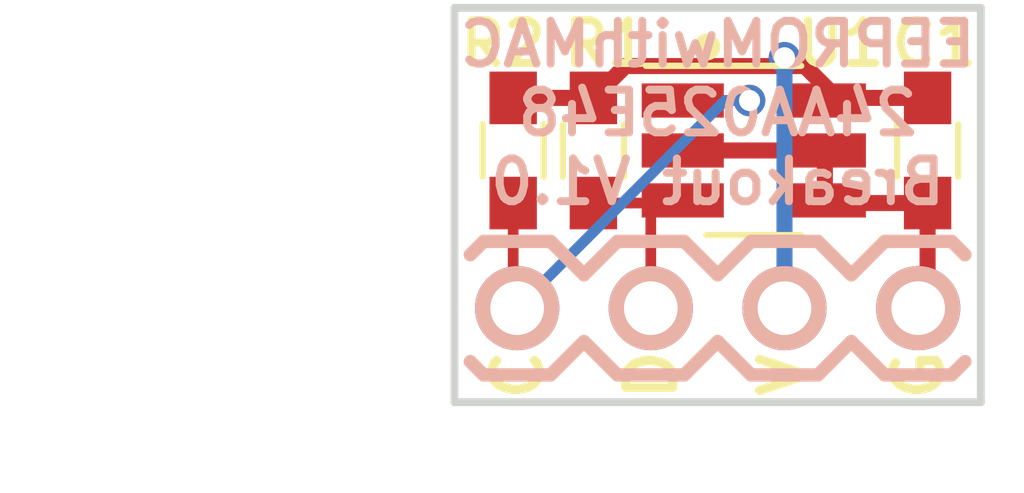
<source format=kicad_pcb>
(kicad_pcb (version 20171130) (host pcbnew "(5.0.0)")

  (general
    (thickness 1.6)
    (drawings 12)
    (tracks 29)
    (zones 0)
    (modules 5)
    (nets 5)
  )

  (page A4)
  (layers
    (0 F.Cu signal)
    (31 B.Cu signal)
    (32 B.Adhes user)
    (33 F.Adhes user)
    (34 B.Paste user)
    (35 F.Paste user)
    (36 B.SilkS user)
    (37 F.SilkS user)
    (38 B.Mask user)
    (39 F.Mask user)
    (40 Dwgs.User user)
    (41 Cmts.User user)
    (42 Eco1.User user)
    (43 Eco2.User user)
    (44 Edge.Cuts user)
    (45 Margin user)
    (46 B.CrtYd user)
    (47 F.CrtYd user)
    (48 B.Fab user)
    (49 F.Fab user hide)
  )

  (setup
    (last_trace_width 0.2032)
    (trace_clearance 0.1778)
    (zone_clearance 0.2032)
    (zone_45_only no)
    (trace_min 0.2)
    (segment_width 0.2)
    (edge_width 0.15)
    (via_size 0.6)
    (via_drill 0.4)
    (via_min_size 0.4)
    (via_min_drill 0.3)
    (uvia_size 0.3)
    (uvia_drill 0.1)
    (uvias_allowed no)
    (uvia_min_size 0.2)
    (uvia_min_drill 0.1)
    (pcb_text_width 0.3)
    (pcb_text_size 1.5 1.5)
    (mod_edge_width 0.15)
    (mod_text_size 1 1)
    (mod_text_width 0.15)
    (pad_size 1.524 1.524)
    (pad_drill 0.762)
    (pad_to_mask_clearance 0.2)
    (aux_axis_origin 0 0)
    (visible_elements 7FFFFFFF)
    (pcbplotparams
      (layerselection 0x010f0_80000001)
      (usegerberextensions true)
      (usegerberattributes false)
      (usegerberadvancedattributes false)
      (creategerberjobfile false)
      (excludeedgelayer true)
      (linewidth 0.100000)
      (plotframeref false)
      (viasonmask false)
      (mode 1)
      (useauxorigin false)
      (hpglpennumber 1)
      (hpglpenspeed 20)
      (hpglpendiameter 15.000000)
      (psnegative false)
      (psa4output false)
      (plotreference true)
      (plotvalue true)
      (plotinvisibletext false)
      (padsonsilk false)
      (subtractmaskfromsilk true)
      (outputformat 1)
      (mirror false)
      (drillshape 0)
      (scaleselection 1)
      (outputdirectory "gerber/"))
  )

  (net 0 "")
  (net 1 VCC)
  (net 2 GND)
  (net 3 /SCL)
  (net 4 /SDA)

  (net_class Default "これは標準のネット クラスです。"
    (clearance 0.1778)
    (trace_width 0.2032)
    (via_dia 0.6)
    (via_drill 0.4)
    (uvia_dia 0.3)
    (uvia_drill 0.1)
    (add_net /SCL)
    (add_net /SDA)
  )

  (net_class Power ""
    (clearance 0.1778)
    (trace_width 0.3048)
    (via_dia 0.6)
    (via_drill 0.4)
    (uvia_dia 0.3)
    (uvia_drill 0.1)
    (add_net GND)
    (add_net VCC)
  )

  (module user:USER_0603_HandSoldering (layer F.Cu) (tedit 5B404571) (tstamp 5B40ED9C)
    (at 31.115 45.212 270)
    (descr "Resistor SMD 0603, hand soldering")
    (tags "resistor 0603")
    (path /5B4046BF)
    (attr smd)
    (fp_text reference R2 (at -2.032 0.1905) (layer F.SilkS)
      (effects (font (size 0.8128 0.8128) (thickness 0.1524)))
    )
    (fp_text value 10k (at 0 1.3 270) (layer F.Fab) hide
      (effects (font (size 0.9144 0.9144) (thickness 0.1651)))
    )
    (fp_text user %R (at 0 0 270) (layer F.Fab) hide
      (effects (font (size 0.4 0.4) (thickness 0.075)))
    )
    (fp_line (start -0.8 0.4) (end -0.8 -0.4) (layer F.Fab) (width 0.1))
    (fp_line (start 0.8 0.4) (end -0.8 0.4) (layer F.Fab) (width 0.1))
    (fp_line (start 0.8 -0.4) (end 0.8 0.4) (layer F.Fab) (width 0.1))
    (fp_line (start -0.8 -0.4) (end 0.8 -0.4) (layer F.Fab) (width 0.1))
    (fp_line (start 0.5 0.58) (end -0.5 0.58) (layer F.SilkS) (width 0.12))
    (fp_line (start -0.5 -0.58) (end 0.5 -0.58) (layer F.SilkS) (width 0.12))
    (fp_line (start -1.75 -0.7) (end 1.75 -0.7) (layer F.CrtYd) (width 0.05))
    (fp_line (start -1.75 -0.7) (end -1.75 0.7) (layer F.CrtYd) (width 0.05))
    (fp_line (start 1.75 0.7) (end 1.75 -0.7) (layer F.CrtYd) (width 0.05))
    (fp_line (start 1.75 0.7) (end -1.75 0.7) (layer F.CrtYd) (width 0.05))
    (pad 1 smd rect (at -1 0 270) (size 1 0.9) (layers F.Cu F.Paste F.Mask)
      (net 1 VCC))
    (pad 2 smd rect (at 1 0 270) (size 1 0.9) (layers F.Cu F.Paste F.Mask)
      (net 3 /SCL))
    (model ${KISYS3DMOD}/Resistors_SMD.3dshapes/R_0603.wrl
      (at (xyz 0 0 0))
      (scale (xyz 1 1 1))
      (rotate (xyz 0 0 0))
    )
  )

  (module user:USER_0603_HandSoldering (layer F.Cu) (tedit 5B404573) (tstamp 5B40ED8C)
    (at 32.639 45.212 270)
    (descr "Resistor SMD 0603, hand soldering")
    (tags "resistor 0603")
    (path /5B404825)
    (attr smd)
    (fp_text reference R1 (at -2.032 -0.254) (layer F.SilkS)
      (effects (font (size 0.8128 0.8128) (thickness 0.1524)))
    )
    (fp_text value 10k (at 0 1.3 270) (layer F.Fab) hide
      (effects (font (size 0.9144 0.9144) (thickness 0.1651)))
    )
    (fp_text user %R (at 0 0 270) (layer F.Fab) hide
      (effects (font (size 0.4 0.4) (thickness 0.075)))
    )
    (fp_line (start -0.8 0.4) (end -0.8 -0.4) (layer F.Fab) (width 0.1))
    (fp_line (start 0.8 0.4) (end -0.8 0.4) (layer F.Fab) (width 0.1))
    (fp_line (start 0.8 -0.4) (end 0.8 0.4) (layer F.Fab) (width 0.1))
    (fp_line (start -0.8 -0.4) (end 0.8 -0.4) (layer F.Fab) (width 0.1))
    (fp_line (start 0.5 0.58) (end -0.5 0.58) (layer F.SilkS) (width 0.12))
    (fp_line (start -0.5 -0.58) (end 0.5 -0.58) (layer F.SilkS) (width 0.12))
    (fp_line (start -1.75 -0.7) (end 1.75 -0.7) (layer F.CrtYd) (width 0.05))
    (fp_line (start -1.75 -0.7) (end -1.75 0.7) (layer F.CrtYd) (width 0.05))
    (fp_line (start 1.75 0.7) (end 1.75 -0.7) (layer F.CrtYd) (width 0.05))
    (fp_line (start 1.75 0.7) (end -1.75 0.7) (layer F.CrtYd) (width 0.05))
    (pad 1 smd rect (at -1 0 270) (size 1 0.9) (layers F.Cu F.Paste F.Mask)
      (net 1 VCC))
    (pad 2 smd rect (at 1 0 270) (size 1 0.9) (layers F.Cu F.Paste F.Mask)
      (net 4 /SDA))
    (model ${KISYS3DMOD}/Resistors_SMD.3dshapes/R_0603.wrl
      (at (xyz 0 0 0))
      (scale (xyz 1 1 1))
      (rotate (xyz 0 0 0))
    )
  )

  (module user:USER_0603_HandSoldering (layer F.Cu) (tedit 5BD3AE7A) (tstamp 5B40ED5B)
    (at 38.989 45.212 270)
    (descr "Resistor SMD 0603, hand soldering")
    (tags "resistor 0603")
    (path /5B40490A)
    (attr smd)
    (fp_text reference C1 (at -2.032 -0.127) (layer F.SilkS)
      (effects (font (size 0.8128 0.8128) (thickness 0.1524)))
    )
    (fp_text value 0.1u (at 0 1.3 270) (layer F.Fab) hide
      (effects (font (size 0.9144 0.9144) (thickness 0.1651)))
    )
    (fp_text user %R (at 0 0 270) (layer F.Fab) hide
      (effects (font (size 0.4 0.4) (thickness 0.075)))
    )
    (fp_line (start -0.8 0.4) (end -0.8 -0.4) (layer F.Fab) (width 0.1))
    (fp_line (start 0.8 0.4) (end -0.8 0.4) (layer F.Fab) (width 0.1))
    (fp_line (start 0.8 -0.4) (end 0.8 0.4) (layer F.Fab) (width 0.1))
    (fp_line (start -0.8 -0.4) (end 0.8 -0.4) (layer F.Fab) (width 0.1))
    (fp_line (start 0.5 0.58) (end -0.5 0.58) (layer F.SilkS) (width 0.12))
    (fp_line (start -0.5 -0.58) (end 0.5 -0.58) (layer F.SilkS) (width 0.12))
    (fp_line (start -1.75 -0.7) (end 1.75 -0.7) (layer F.CrtYd) (width 0.05))
    (fp_line (start -1.75 -0.7) (end -1.75 0.7) (layer F.CrtYd) (width 0.05))
    (fp_line (start 1.75 0.7) (end 1.75 -0.7) (layer F.CrtYd) (width 0.05))
    (fp_line (start 1.75 0.7) (end -1.75 0.7) (layer F.CrtYd) (width 0.05))
    (pad 1 smd rect (at -1 0 270) (size 1 0.9) (layers F.Cu F.Paste F.Mask)
      (net 1 VCC))
    (pad 2 smd rect (at 1 0 270) (size 1 0.9) (layers F.Cu F.Paste F.Mask)
      (net 2 GND))
    (model ${KISYS3DMOD}/Capacitor_SMD.3dshapes/C_0603_1608Metric.step
      (at (xyz 0 0 0))
      (scale (xyz 1 1 1))
      (rotate (xyz 0 0 0))
    )
  )

  (module user:USER_SIL-4_PinHeader2 (layer B.Cu) (tedit 5BD37B12) (tstamp 5BD3CD93)
    (at 35 48.211)
    (descr "Connecteur 3 pins")
    (tags "CONN DEV")
    (path /5B40419D)
    (attr smd)
    (fp_text reference P1 (at 0 2.032) (layer B.SilkS) hide
      (effects (font (size 1.016 1.016) (thickness 0.1778)) (justify mirror))
    )
    (fp_text value CONN_01X04 (at 0 -1.905) (layer B.SilkS) hide
      (effects (font (size 1.016 1.016) (thickness 0.1778)) (justify mirror))
    )
    (fp_line (start -4.445 -1.27) (end -3.175 -1.27) (layer B.SilkS) (width 0.254))
    (fp_line (start -3.175 -1.27) (end -2.54 -0.635) (layer B.SilkS) (width 0.254))
    (fp_line (start -2.54 -0.635) (end -1.905 -1.27) (layer B.SilkS) (width 0.254))
    (fp_line (start -1.905 -1.27) (end -0.635 -1.27) (layer B.SilkS) (width 0.254))
    (fp_line (start -0.635 -1.27) (end 0 -0.635) (layer B.SilkS) (width 0.254))
    (fp_line (start 0 -0.635) (end 0.635 -1.27) (layer B.SilkS) (width 0.254))
    (fp_line (start 0.635 -1.27) (end 1.905 -1.27) (layer B.SilkS) (width 0.254))
    (fp_line (start 1.905 -1.27) (end 2.54 -0.635) (layer B.SilkS) (width 0.254))
    (fp_line (start 2.54 -0.635) (end 3.175 -1.27) (layer B.SilkS) (width 0.254))
    (fp_line (start 3.175 -1.27) (end 4.445 -1.27) (layer B.SilkS) (width 0.254))
    (fp_line (start 4.445 1.27) (end 3.175 1.27) (layer B.SilkS) (width 0.254))
    (fp_line (start 3.175 1.27) (end 2.54 0.635) (layer B.SilkS) (width 0.254))
    (fp_line (start 2.54 0.635) (end 1.905 1.27) (layer B.SilkS) (width 0.254))
    (fp_line (start 1.905 1.27) (end 0.635 1.27) (layer B.SilkS) (width 0.254))
    (fp_line (start 0.635 1.27) (end 0 0.635) (layer B.SilkS) (width 0.254))
    (fp_line (start 0 0.635) (end -0.635 1.27) (layer B.SilkS) (width 0.254))
    (fp_line (start -0.635 1.27) (end -1.905 1.27) (layer B.SilkS) (width 0.254))
    (fp_line (start -1.905 1.27) (end -2.54 0.635) (layer B.SilkS) (width 0.254))
    (fp_line (start -2.54 0.635) (end -3.175 1.27) (layer B.SilkS) (width 0.254))
    (fp_line (start -3.175 1.27) (end -4.445 1.27) (layer B.SilkS) (width 0.254))
    (fp_line (start 4.445 1.27) (end 4.699 1.016) (layer B.SilkS) (width 0.254))
    (fp_line (start 4.445 -1.27) (end 4.699 -1.016) (layer B.SilkS) (width 0.254))
    (fp_line (start -4.445 -1.27) (end -4.699 -1.016) (layer B.SilkS) (width 0.254))
    (fp_line (start -4.445 1.27) (end -4.699 1.016) (layer B.SilkS) (width 0.254))
    (pad 1 thru_hole circle (at -3.81 0) (size 1.6 1.6) (drill 1.02) (layers *.Cu *.Mask B.SilkS)
      (net 3 /SCL))
    (pad 2 thru_hole circle (at -1.27 0) (size 1.6 1.6) (drill 1.02) (layers *.Cu *.Mask B.SilkS)
      (net 4 /SDA))
    (pad 3 thru_hole circle (at 1.27 0) (size 1.6 1.6) (drill 1.02) (layers *.Cu *.Mask B.SilkS)
      (net 1 VCC))
    (pad 4 thru_hole circle (at 3.81 0) (size 1.6 1.6) (drill 1.02) (layers *.Cu *.Mask B.SilkS)
      (net 2 GND))
    (model ${KISYS3DMOD}/Connector_PinHeader_2.54mm.3dshapes/PinHeader_1x04_P2.54mm_Vertical.step
      (offset (xyz 3.809999942779541 0 0))
      (scale (xyz 1 1 1))
      (rotate (xyz 0 0 90))
    )
  )

  (module TO_SOT_Packages_SMD:SOT-23-6_Handsoldering (layer F.Cu) (tedit 5BD3AE06) (tstamp 5BD3ADF1)
    (at 35.687 45.212)
    (descr "6-pin SOT-23 package, Handsoldering")
    (tags "SOT-23-6 Handsoldering")
    (path /5BD3DCA7)
    (attr smd)
    (fp_text reference U1 (at 1.651 -2.032) (layer F.SilkS)
      (effects (font (size 0.8128 0.8128) (thickness 0.1524)))
    )
    (fp_text value 24AA02ExxT-I/OT (at 0 2.9) (layer F.Fab)
      (effects (font (size 1 1) (thickness 0.15)))
    )
    (fp_line (start 0.9 -1.55) (end 0.9 1.55) (layer F.Fab) (width 0.1))
    (fp_line (start 0.9 1.55) (end -0.9 1.55) (layer F.Fab) (width 0.1))
    (fp_line (start -0.9 -0.9) (end -0.9 1.55) (layer F.Fab) (width 0.1))
    (fp_line (start 0.9 -1.55) (end -0.25 -1.55) (layer F.Fab) (width 0.1))
    (fp_line (start -0.9 -0.9) (end -0.25 -1.55) (layer F.Fab) (width 0.1))
    (fp_line (start -2.4 -1.8) (end 2.4 -1.8) (layer F.CrtYd) (width 0.05))
    (fp_line (start 2.4 -1.8) (end 2.4 1.8) (layer F.CrtYd) (width 0.05))
    (fp_line (start 2.4 1.8) (end -2.4 1.8) (layer F.CrtYd) (width 0.05))
    (fp_line (start -2.4 1.8) (end -2.4 -1.8) (layer F.CrtYd) (width 0.05))
    (fp_line (start 0.9 -1.61) (end -2.05 -1.61) (layer F.SilkS) (width 0.12))
    (fp_line (start -0.9 1.61) (end 0.9 1.61) (layer F.SilkS) (width 0.12))
    (fp_text user %R (at 0 0 90) (layer F.Fab)
      (effects (font (size 0.5 0.5) (thickness 0.075)))
    )
    (pad 5 smd rect (at 1.35 0) (size 1.56 0.65) (layers F.Cu F.Paste F.Mask)
      (net 2 GND))
    (pad 6 smd rect (at 1.35 -0.95) (size 1.56 0.65) (layers F.Cu F.Paste F.Mask)
      (net 1 VCC))
    (pad 4 smd rect (at 1.35 0.95) (size 1.56 0.65) (layers F.Cu F.Paste F.Mask)
      (net 2 GND))
    (pad 3 smd rect (at -1.35 0.95) (size 1.56 0.65) (layers F.Cu F.Paste F.Mask)
      (net 4 /SDA))
    (pad 2 smd rect (at -1.35 0) (size 1.56 0.65) (layers F.Cu F.Paste F.Mask)
      (net 2 GND))
    (pad 1 smd rect (at -1.35 -0.95) (size 1.56 0.65) (layers F.Cu F.Paste F.Mask)
      (net 3 /SCL))
    (model ${KISYS3DMOD}/TO_SOT_Packages_SMD.3dshapes/SOT-23-6.wrl
      (at (xyz 0 0 0))
      (scale (xyz 1 1 1))
      (rotate (xyz 0 0 0))
    )
  )

  (gr_circle (center 34.798 43.2435) (end 34.925 43.2435) (layer F.SilkS) (width 0.254))
  (dimension 10 (width 0.3) (layer Dwgs.User)
    (gr_text 10mm (at 35 53.099999) (layer Dwgs.User)
      (effects (font (size 1.5 1.5) (thickness 0.3)))
    )
    (feature1 (pts (xy 40 50) (xy 40 51.58642)))
    (feature2 (pts (xy 30 50) (xy 30 51.58642)))
    (crossbar (pts (xy 30 50.999999) (xy 40 50.999999)))
    (arrow1a (pts (xy 40 50.999999) (xy 38.873496 51.58642)))
    (arrow1b (pts (xy 40 50.999999) (xy 38.873496 50.413578)))
    (arrow2a (pts (xy 30 50.999999) (xy 31.126504 51.58642)))
    (arrow2b (pts (xy 30 50.999999) (xy 31.126504 50.413578)))
  )
  (dimension 7.5 (width 0.3) (layer Dwgs.User)
    (gr_text 7.5mm (at 26.9 46.25 90) (layer Dwgs.User)
      (effects (font (size 1.5 1.5) (thickness 0.3)))
    )
    (feature1 (pts (xy 30 42.5) (xy 28.413579 42.5)))
    (feature2 (pts (xy 30 50) (xy 28.413579 50)))
    (crossbar (pts (xy 29 50) (xy 29 42.5)))
    (arrow1a (pts (xy 29 42.5) (xy 29.586421 43.626504)))
    (arrow1b (pts (xy 29 42.5) (xy 28.413579 43.626504)))
    (arrow2a (pts (xy 29 50) (xy 29.586421 48.873496)))
    (arrow2b (pts (xy 29 50) (xy 28.413579 48.873496)))
  )
  (gr_text "EEPROMwithMAC\n24AA025E48\nBreakout V1.0" (at 35 44.5) (layer B.SilkS)
    (effects (font (size 0.8128 0.8128) (thickness 0.1524)) (justify mirror))
  )
  (gr_text C (at 31.203 49.481 90) (layer F.SilkS) (tstamp 5B40EDC3)
    (effects (font (size 0.889 0.889) (thickness 0.1778)))
  )
  (gr_text D (at 33.743 49.481 90) (layer F.SilkS) (tstamp 5B40EDC2)
    (effects (font (size 0.889 0.889) (thickness 0.1778)))
  )
  (gr_text V (at 36.283 49.481 90) (layer F.SilkS) (tstamp 5B40EDC1)
    (effects (font (size 0.889 0.889) (thickness 0.1778)))
  )
  (gr_text G (at 38.823 49.481 90) (layer F.SilkS) (tstamp 5B40EDC0)
    (effects (font (size 0.889 0.889) (thickness 0.1778)))
  )
  (gr_line (start 30 42.5) (end 30 50) (angle 90) (layer Edge.Cuts) (width 0.15))
  (gr_line (start 40 42.5) (end 30 42.5) (angle 90) (layer Edge.Cuts) (width 0.15))
  (gr_line (start 40 50) (end 40 42.5) (angle 90) (layer Edge.Cuts) (width 0.15))
  (gr_line (start 30 50) (end 40 50) (angle 90) (layer Edge.Cuts) (width 0.15))

  (via (at 36.27 43.4487) (size 0.6) (layers F.Cu B.Cu) (net 1))
  (segment (start 31.115 44.212) (end 31.8955 44.212) (width 0.3048) (layer F.Cu) (net 1))
  (segment (start 32.639 44.212) (end 31.8955 44.212) (width 0.3048) (layer F.Cu) (net 1))
  (segment (start 37.087 44.212) (end 37.037 44.262) (width 0.3048) (layer F.Cu) (net 1))
  (segment (start 37.2605 44.212) (end 37.087 44.212) (width 0.3048) (layer F.Cu) (net 1))
  (segment (start 38.989 44.212) (end 37.2605 44.212) (width 0.3048) (layer F.Cu) (net 1))
  (segment (start 36.27 48.211) (end 36.27 43.4487) (width 0.3048) (layer B.Cu) (net 1))
  (segment (start 36.27 43.6064) (end 36.27 43.4487) (width 0.3048) (layer F.Cu) (net 1))
  (segment (start 36.6549 43.6064) (end 36.27 43.6064) (width 0.3048) (layer F.Cu) (net 1))
  (segment (start 37.2605 44.212) (end 36.6549 43.6064) (width 0.3048) (layer F.Cu) (net 1))
  (segment (start 33.2446 43.6064) (end 32.639 44.212) (width 0.3048) (layer F.Cu) (net 1))
  (segment (start 36.27 43.6064) (end 33.2446 43.6064) (width 0.3048) (layer F.Cu) (net 1))
  (segment (start 38.989 48.032) (end 38.81 48.211) (width 0.3048) (layer F.Cu) (net 2))
  (segment (start 38.989 46.212) (end 38.989 48.032) (width 0.3048) (layer F.Cu) (net 2))
  (segment (start 37.087 46.212) (end 37.037 46.162) (width 0.3048) (layer F.Cu) (net 2))
  (segment (start 38.989 46.212) (end 37.087 46.212) (width 0.3048) (layer F.Cu) (net 2))
  (segment (start 37.037 46.162) (end 37.037 45.212) (width 0.3048) (layer F.Cu) (net 2))
  (segment (start 37.037 45.212) (end 34.337 45.212) (width 0.3048) (layer F.Cu) (net 2))
  (via (at 35.606 44.262) (size 0.6) (layers F.Cu B.Cu) (net 3))
  (segment (start 31.115 48.136) (end 31.115 46.212) (width 0.2032) (layer F.Cu) (net 3))
  (segment (start 31.19 48.211) (end 31.115 48.136) (width 0.2032) (layer F.Cu) (net 3))
  (segment (start 35.139 44.262) (end 35.606 44.262) (width 0.2032) (layer B.Cu) (net 3))
  (segment (start 31.19 48.211) (end 35.139 44.262) (width 0.2032) (layer B.Cu) (net 3))
  (segment (start 34.337 44.262) (end 35.606 44.262) (width 0.2032) (layer F.Cu) (net 3))
  (segment (start 32.639 46.212) (end 33.3687 46.212) (width 0.2032) (layer F.Cu) (net 4))
  (segment (start 33.73 46.212) (end 33.3687 46.212) (width 0.2032) (layer F.Cu) (net 4))
  (segment (start 33.73 48.211) (end 33.73 46.212) (width 0.2032) (layer F.Cu) (net 4))
  (segment (start 33.78 46.162) (end 34.337 46.162) (width 0.2032) (layer F.Cu) (net 4))
  (segment (start 33.73 46.212) (end 33.78 46.162) (width 0.2032) (layer F.Cu) (net 4))

)

</source>
